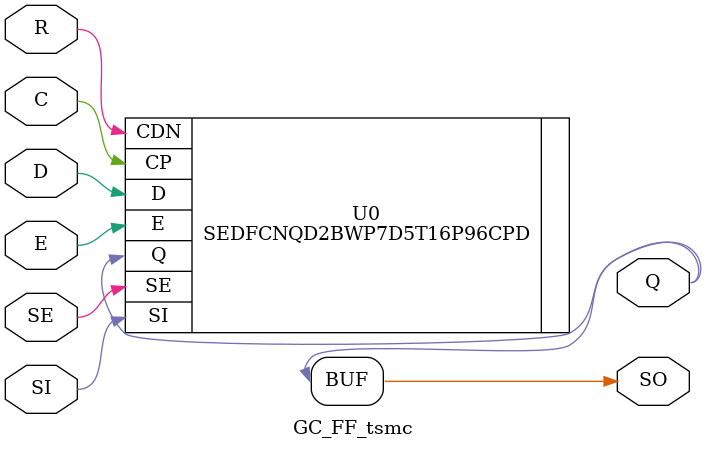
<source format=v>
module GC_FF_tsmc ( D, R, E, Q, SI, SO, SE, C );
  input D, R, E, SI, SE, C;
  output Q, SO;
  
  assign SO = Q;
  SEDFCNQD2BWP7D5T16P96CPD U0(.CDN(R), .E(E), .CP(C), .D(D), .SI(SI), .SE(SE), .Q(Q));

endmodule


</source>
